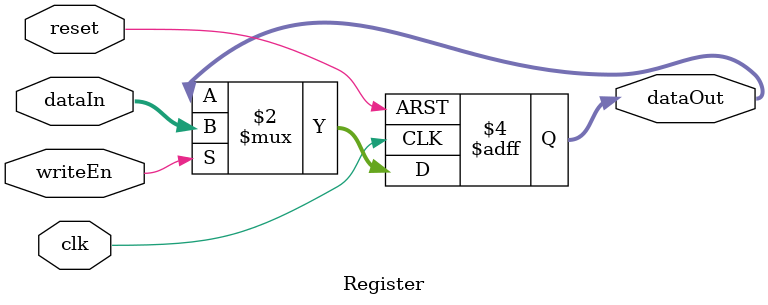
<source format=v>
module Register #(
    parameter WIDTH = 8,
    parameter RESET_VALUE = {WIDTH{1'b0}}
)(
    input wire clk,
    input wire reset,
    input wire writeEn,
    input wire [WIDTH-1:0] dataIn,
    output reg [WIDTH-1:0] dataOut
);

    always @ (posedge clk, posedge reset) begin
        if (reset) dataOut <= RESET_VALUE;
        else if (writeEn) dataOut <= dataIn;
    end
endmodule
</source>
